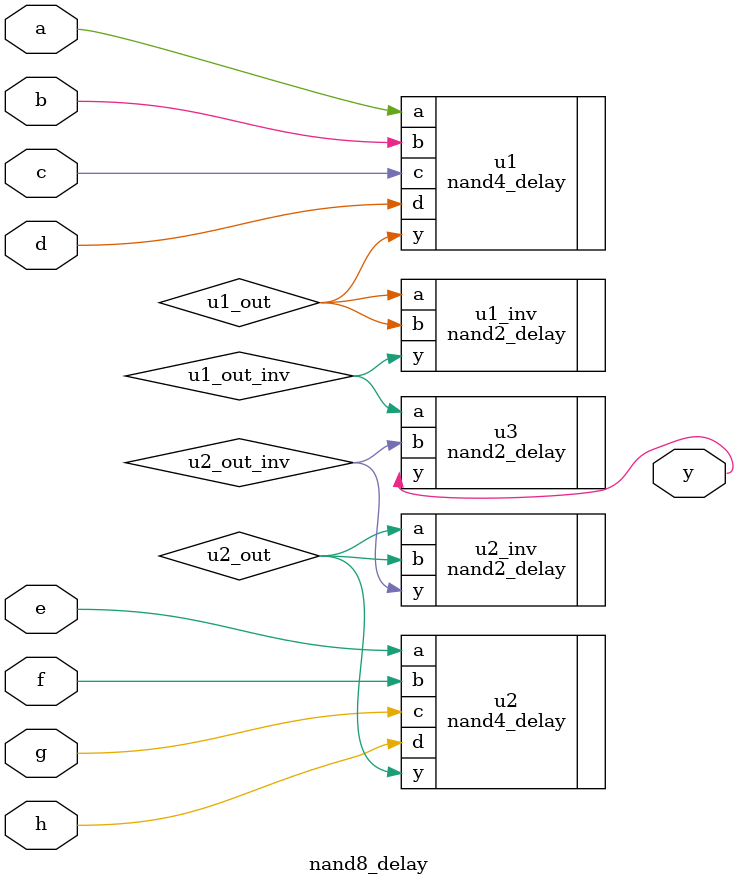
<source format=sv>
`timescale 1ns / 1ps

module nand8_delay ( 
    input  logic a, b, c, d, e, f, g, h,
    output logic y
);

    logic u1_out, u1_out_inv;
    logic u2_out, u2_out_inv;

    
    nand4_delay u1 (.a(a), .b(b), .c(c), .d(d), .y(u1_out));
    nand2_delay u1_inv (.a(u1_out), .b(u1_out), .y(u1_out_inv));

    
    nand4_delay u2 (.a(e), .b(f), .c(g), .d(h), .y(u2_out));
    nand2_delay u2_inv (.a(u2_out), .b(u2_out), .y(u2_out_inv));


    nand2_delay u3 (.a(u1_out_inv), .b(u2_out_inv), .y(y));

endmodule

</source>
